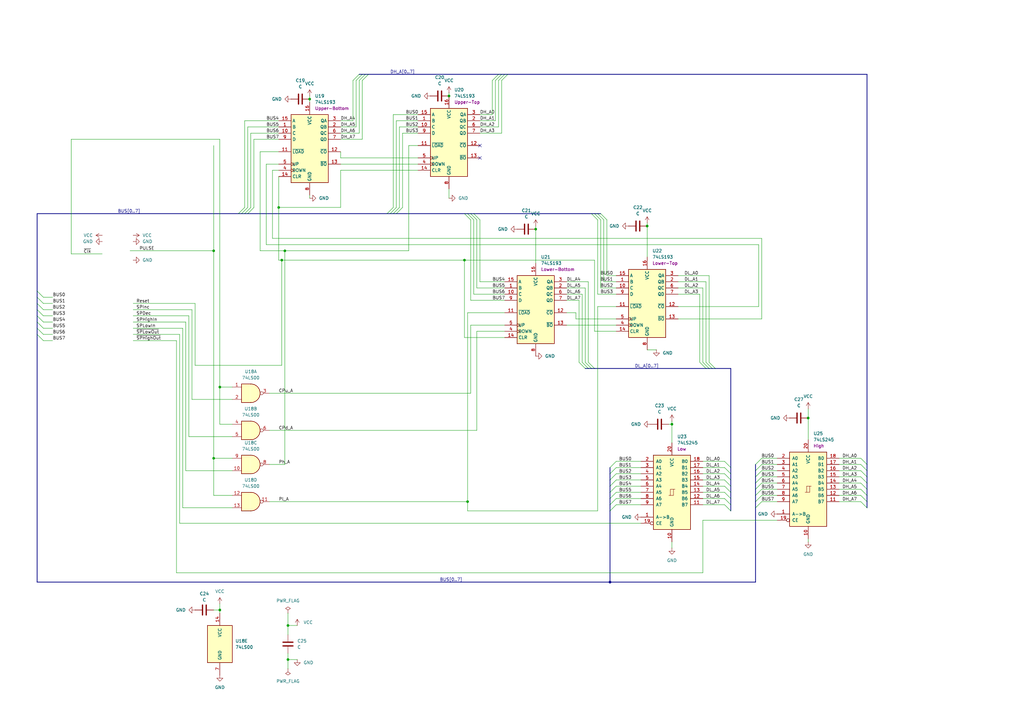
<source format=kicad_sch>
(kicad_sch (version 20250114) (generator "eeschema") (generator_version "9.0")
  (paper "A3")
  (lib_symbols
    (symbol "74xx:74LS00" (pin_names (offset 1.016))
      (property "Reference" "U" (at 0 1.27 0))
      (property "Value" "74LS00" (at 0 -1.27 0))
      (symbol "74LS00_1_1"
        (arc (start 0 3.81) (mid 3.7934 0) (end 0 -3.81) (stroke (width 0.254)) (fill (type background)))
        (polyline (pts (xy 0 3.81) (xy -3.81 3.81) (xy -3.81 -3.81) (xy 0 -3.81)) (stroke (width 0.254)) (fill (type background)))
        (pin input line (at -7.62 2.54 0) (length 3.81) (name "~") (number "1"))
        (pin input line (at -7.62 -2.54 0) (length 3.81) (name "~") (number "2"))
        (pin output inverted (at 7.62 0 180) (length 3.81) (name "~") (number "3"))
      )
      (symbol "74LS00_1_2"
        (arc (start -3.81 3.81) (mid -2.589 0) (end -3.81 -3.81) (stroke (width 0.254)))
        (polyline (pts (xy -3.81 3.81) (xy -0.635 3.81)) (stroke (width 0.254)) (fill (type background)))
        (polyline (pts (xy -3.81 -3.81) (xy -0.635 -3.81)) (stroke (width 0.254)) (fill (type background)))
        (arc (start 3.81 0) (mid 2.1855 -2.584) (end -0.6096 -3.81) (stroke (width 0.254)) (fill (type background)))
        (arc (start -0.6096 3.81) (mid 2.1928 2.5924) (end 3.81 0) (stroke (width 0.254)) (fill (type background)))
        (polyline (pts (xy -0.635 3.81) (xy -3.81 3.81) (xy -3.81 3.81) (xy -3.556 3.4036) (xy -3.0226 2.2606) (xy -2.6924 1.0414) (xy -2.6162 -0.254) (xy -2.7686 -1.4986) (xy -3.175 -2.7178) (xy -3.81 -3.81) (xy -3.81 -3.81) (xy -0.635 -3.81)) (stroke (width -25.4)) (fill (type background)))
        (pin input inverted (at -7.62 2.54 0) (length 4.318) (name "~") (number "1"))
        (pin input inverted (at -7.62 -2.54 0) (length 4.318) (name "~") (number "2"))
        (pin output line (at 7.62 0 180) (length 3.81) (name "~") (number "3"))
      )
      (symbol "74LS00_2_1"
        (arc (start 0 3.81) (mid 3.7934 0) (end 0 -3.81) (stroke (width 0.254)) (fill (type background)))
        (polyline (pts (xy 0 3.81) (xy -3.81 3.81) (xy -3.81 -3.81) (xy 0 -3.81)) (stroke (width 0.254)) (fill (type background)))
        (pin input line (at -7.62 2.54 0) (length 3.81) (name "~") (number "4"))
        (pin input line (at -7.62 -2.54 0) (length 3.81) (name "~") (number "5"))
        (pin output inverted (at 7.62 0 180) (length 3.81) (name "~") (number "6"))
      )
      (symbol "74LS00_2_2"
        (arc (start -3.81 3.81) (mid -2.589 0) (end -3.81 -3.81) (stroke (width 0.254)))
        (polyline (pts (xy -3.81 3.81) (xy -0.635 3.81)) (stroke (width 0.254)) (fill (type background)))
        (polyline (pts (xy -3.81 -3.81) (xy -0.635 -3.81)) (stroke (width 0.254)) (fill (type background)))
        (arc (start 3.81 0) (mid 2.1855 -2.584) (end -0.6096 -3.81) (stroke (width 0.254)) (fill (type background)))
        (arc (start -0.6096 3.81) (mid 2.1928 2.5924) (end 3.81 0) (stroke (width 0.254)) (fill (type background)))
        (polyline (pts (xy -0.635 3.81) (xy -3.81 3.81) (xy -3.81 3.81) (xy -3.556 3.4036) (xy -3.0226 2.2606) (xy -2.6924 1.0414) (xy -2.6162 -0.254) (xy -2.7686 -1.4986) (xy -3.175 -2.7178) (xy -3.81 -3.81) (xy -3.81 -3.81) (xy -0.635 -3.81)) (stroke (width -25.4)) (fill (type background)))
        (pin input inverted (at -7.62 2.54 0) (length 4.318) (name "~") (number "4"))
        (pin input inverted (at -7.62 -2.54 0) (length 4.318) (name "~") (number "5"))
        (pin output line (at 7.62 0 180) (length 3.81) (name "~") (number "6"))
      )
      (symbol "74LS00_3_1"
        (arc (start 0 3.81) (mid 3.7934 0) (end 0 -3.81) (stroke (width 0.254)) (fill (type background)))
        (polyline (pts (xy 0 3.81) (xy -3.81 3.81) (xy -3.81 -3.81) (xy 0 -3.81)) (stroke (width 0.254)) (fill (type background)))
        (pin input line (at -7.62 2.54 0) (length 3.81) (name "~") (number "9"))
        (pin input line (at -7.62 -2.54 0) (length 3.81) (name "~") (number "10"))
        (pin output inverted (at 7.62 0 180) (length 3.81) (name "~") (number "8"))
      )
      (symbol "74LS00_3_2"
        (arc (start -3.81 3.81) (mid -2.589 0) (end -3.81 -3.81) (stroke (width 0.254)))
        (polyline (pts (xy -3.81 3.81) (xy -0.635 3.81)) (stroke (width 0.254)) (fill (type background)))
        (polyline (pts (xy -3.81 -3.81) (xy -0.635 -3.81)) (stroke (width 0.254)) (fill (type background)))
        (arc (start 3.81 0) (mid 2.1855 -2.584) (end -0.6096 -3.81) (stroke (width 0.254)) (fill (type background)))
        (arc (start -0.6096 3.81) (mid 2.1928 2.5924) (end 3.81 0) (stroke (width 0.254)) (fill (type background)))
        (polyline (pts (xy -0.635 3.81) (xy -3.81 3.81) (xy -3.81 3.81) (xy -3.556 3.4036) (xy -3.0226 2.2606) (xy -2.6924 1.0414) (xy -2.6162 -0.254) (xy -2.7686 -1.4986) (xy -3.175 -2.7178) (xy -3.81 -3.81) (xy -3.81 -3.81) (xy -0.635 -3.81)) (stroke (width -25.4)) (fill (type background)))
        (pin input inverted (at -7.62 2.54 0) (length 4.318) (name "~") (number "9"))
        (pin input inverted (at -7.62 -2.54 0) (length 4.318) (name "~") (number "10"))
        (pin output line (at 7.62 0 180) (length 3.81) (name "~") (number "8"))
      )
      (symbol "74LS00_4_1"
        (arc (start 0 3.81) (mid 3.7934 0) (end 0 -3.81) (stroke (width 0.254)) (fill (type background)))
        (polyline (pts (xy 0 3.81) (xy -3.81 3.81) (xy -3.81 -3.81) (xy 0 -3.81)) (stroke (width 0.254)) (fill (type background)))
        (pin input line (at -7.62 2.54 0) (length 3.81) (name "~") (number "12"))
        (pin input line (at -7.62 -2.54 0) (length 3.81) (name "~") (number "13"))
        (pin output inverted (at 7.62 0 180) (length 3.81) (name "~") (number "11"))
      )
      (symbol "74LS00_4_2"
        (arc (start -3.81 3.81) (mid -2.589 0) (end -3.81 -3.81) (stroke (width 0.254)))
        (polyline (pts (xy -3.81 3.81) (xy -0.635 3.81)) (stroke (width 0.254)) (fill (type background)))
        (polyline (pts (xy -3.81 -3.81) (xy -0.635 -3.81)) (stroke (width 0.254)) (fill (type background)))
        (arc (start 3.81 0) (mid 2.1855 -2.584) (end -0.6096 -3.81) (stroke (width 0.254)) (fill (type background)))
        (arc (start -0.6096 3.81) (mid 2.1928 2.5924) (end 3.81 0) (stroke (width 0.254)) (fill (type background)))
        (polyline (pts (xy -0.635 3.81) (xy -3.81 3.81) (xy -3.81 3.81) (xy -3.556 3.4036) (xy -3.0226 2.2606) (xy -2.6924 1.0414) (xy -2.6162 -0.254) (xy -2.7686 -1.4986) (xy -3.175 -2.7178) (xy -3.81 -3.81) (xy -3.81 -3.81) (xy -0.635 -3.81)) (stroke (width -25.4)) (fill (type background)))
        (pin input inverted (at -7.62 2.54 0) (length 4.318) (name "~") (number "12"))
        (pin input inverted (at -7.62 -2.54 0) (length 4.318) (name "~") (number "13"))
        (pin output line (at 7.62 0 180) (length 3.81) (name "~") (number "11"))
      )
      (symbol "74LS00_5_0"
        (pin power_in line (at 0 12.7 270) (length 5.08) (name "VCC") (number "14"))
        (pin power_in line (at 0 -12.7 90) (length 5.08) (name "GND") (number "7"))
      )
      (symbol "74LS00_5_1"
        (rectangle (start -5.08 7.62) (end 5.08 -7.62) (stroke (width 0.254)) (fill (type background)))
      )
    )
    (symbol "74xx:74LS193"
      (property "Reference" "U" (at -7.62 13.97 0))
      (property "Value" "74LS193" (at 5.08 13.97 0))
      (symbol "74LS193_1_0"
        (pin input line (at -12.7 10.16 0) (length 5.08) (name "A") (number "15"))
        (pin input line (at -12.7 7.62 0) (length 5.08) (name "B") (number "1"))
        (pin input line (at -12.7 5.08 0) (length 5.08) (name "C") (number "10"))
        (pin input line (at -12.7 2.54 0) (length 5.08) (name "D") (number "9"))
        (pin input line (at -12.7 -2.54 0) (length 5.08) (name "~{LOAD}") (number "11"))
        (pin input clock (at -12.7 -7.62 0) (length 5.08) (name "UP") (number "5"))
        (pin input clock (at -12.7 -10.16 0) (length 5.08) (name "DOWN") (number "4"))
        (pin input line (at -12.7 -12.7 0) (length 5.08) (name "CLR") (number "14"))
        (pin power_in line (at 0 17.78 270) (length 5.08) (name "VCC") (number "16"))
        (pin power_in line (at 0 -20.32 90) (length 5.08) (name "GND") (number "8"))
        (pin output line (at 12.7 10.16 180) (length 5.08) (name "QA") (number "3"))
        (pin output line (at 12.7 7.62 180) (length 5.08) (name "QB") (number "2"))
        (pin output line (at 12.7 5.08 180) (length 5.08) (name "QC") (number "6"))
        (pin output line (at 12.7 2.54 180) (length 5.08) (name "QD") (number "7"))
        (pin output line (at 12.7 -2.54 180) (length 5.08) (name "~{CO}") (number "12"))
        (pin output line (at 12.7 -7.62 180) (length 5.08) (name "~{BO}") (number "13"))
      )
      (symbol "74LS193_1_1"
        (rectangle (start -7.62 12.7) (end 7.62 -15.24) (stroke (width 0.254)) (fill (type background)))
      )
    )
    (symbol "74xx:74LS245" (pin_names (offset 1.016))
      (property "Reference" "U" (at -7.62 16.51 0))
      (property "Value" "74LS245" (at -7.62 -16.51 0))
      (symbol "74LS245_1_0"
        (polyline (pts (xy -1.27 -1.27) (xy 0.635 -1.27) (xy 0.635 1.27) (xy 1.27 1.27)))
        (polyline (pts (xy -0.635 -1.27) (xy -0.635 1.27) (xy 0.635 1.27)))
        (pin tri_state line (at -12.7 12.7 0) (length 5.08) (name "A0") (number "2"))
        (pin tri_state line (at -12.7 10.16 0) (length 5.08) (name "A1") (number "3"))
        (pin tri_state line (at -12.7 7.62 0) (length 5.08) (name "A2") (number "4"))
        (pin tri_state line (at -12.7 5.08 0) (length 5.08) (name "A3") (number "5"))
        (pin tri_state line (at -12.7 2.54 0) (length 5.08) (name "A4") (number "6"))
        (pin tri_state line (at -12.7 0 0) (length 5.08) (name "A5") (number "7"))
        (pin tri_state line (at -12.7 -2.54 0) (length 5.08) (name "A6") (number "8"))
        (pin tri_state line (at -12.7 -5.08 0) (length 5.08) (name "A7") (number "9"))
        (pin input line (at -12.7 -10.16 0) (length 5.08) (name "A->B") (number "1"))
        (pin input inverted (at -12.7 -12.7 0) (length 5.08) (name "CE") (number "19"))
        (pin power_in line (at 0 20.32 270) (length 5.08) (name "VCC") (number "20"))
        (pin power_in line (at 0 -20.32 90) (length 5.08) (name "GND") (number "10"))
        (pin tri_state line (at 12.7 12.7 180) (length 5.08) (name "B0") (number "18"))
        (pin tri_state line (at 12.7 10.16 180) (length 5.08) (name "B1") (number "17"))
        (pin tri_state line (at 12.7 7.62 180) (length 5.08) (name "B2") (number "16"))
        (pin tri_state line (at 12.7 5.08 180) (length 5.08) (name "B3") (number "15"))
        (pin tri_state line (at 12.7 2.54 180) (length 5.08) (name "B4") (number "14"))
        (pin tri_state line (at 12.7 0 180) (length 5.08) (name "B5") (number "13"))
        (pin tri_state line (at 12.7 -2.54 180) (length 5.08) (name "B6") (number "12"))
        (pin tri_state line (at 12.7 -5.08 180) (length 5.08) (name "B7") (number "11"))
      )
      (symbol "74LS245_1_1"
        (rectangle (start -7.62 15.24) (end 7.62 -15.24) (stroke (width 0.254)) (fill (type background)))
      )
    )
    (symbol "Device:C" (pin_numbers (hide yes)) (pin_names (offset 0.254))
      (property "Reference" "C" (at 0.635 2.54 0))
      (property "Value" "C" (at 0.635 -2.54 0))
      (symbol "C_0_1"
        (polyline (pts (xy -2.032 0.762) (xy 2.032 0.762)) (stroke (width 0.508)))
        (polyline (pts (xy -2.032 -0.762) (xy 2.032 -0.762)) (stroke (width 0.508)))
      )
      (symbol "C_1_1"
        (pin passive line (at 0 3.81 270) (length 2.794) (name "~") (number "1"))
        (pin passive line (at 0 -3.81 90) (length 2.794) (name "~") (number "2"))
      )
    )
    (symbol "power:GND" (power) (pin_numbers (hide yes)) (pin_names (offset 0) (hide yes))
      (property "Value" "GND" (at 0 -3.81 0))
      (symbol "GND_0_1"
        (polyline (pts (xy 0 0) (xy 0 -1.27) (xy 1.27 -1.27) (xy 0 -2.54) (xy -1.27 -1.27) (xy 0 -1.27)))
      )
      (symbol "GND_1_1"
        (pin power_in line (at 0 0 270) (length 0) (name "~") (number "1"))
      )
    )
    (symbol "power:PWR_FLAG" (power) (pin_numbers (hide yes)) (pin_names (offset 0) (hide yes))
      (property "Value" "PWR_FLAG" (at 0 3.81 0))
      (symbol "PWR_FLAG_0_0"
        (pin power_out line (at 0 0 90) (length 0) (name "~") (number "1"))
      )
      (symbol "PWR_FLAG_0_1"
        (polyline (pts (xy 0 0) (xy 0 1.27) (xy -1.016 1.905) (xy 0 2.54) (xy 1.016 1.905) (xy 0 1.27)))
      )
    )
    (symbol "power:VCC" (power) (pin_numbers (hide yes)) (pin_names (offset 0) (hide yes))
      (property "Value" "VCC" (at 0 3.556 0))
      (symbol "VCC_0_1"
        (polyline (pts (xy -0.762 1.27) (xy 0 2.54)))
        (polyline (pts (xy 0 2.54) (xy 0.762 1.27)))
        (polyline (pts (xy 0 0) (xy 0 2.54)))
      )
      (symbol "VCC_1_1"
        (pin power_in line (at 0 0 90) (length 0) (name "~") (number "1"))
      )
    )
  )
  (junction (at 127 40.64))
  (junction (at 219.71 93.98))
  (junction (at 118.11 270.51))
  (junction (at 90.17 250.19))
  (junction (at 87.63 187.96))
  (junction (at 265.43 92.71))
  (junction (at 190.5 106.68))
  (junction (at 118.11 256.54))
  (junction (at 275.59 173.99))
  (junction (at 184.15 39.37))
  (junction (at 90.17 158.75))
  (junction (at 116.84 102.87))
  (junction (at 114.3 85.09))
  (junction (at 87.63 102.87))
  (junction (at 250.19 238.76))
  (junction (at 115.57 106.68))
  (junction (at 191.77 205.74))
  (junction (at 331.47 171.45))
  (no_connect (at 196.85 59.69))
  (no_connect (at 196.85 64.77))
  (bus_entry (at 355.6 200.66) (size -2.54 -2.54))
  (bus_entry (at 243.84 151.13) (size -2.54 -2.54))
  (bus_entry (at 246.38 87.63) (size 2.54 2.54))
  (bus_entry (at 194.31 87.63) (size 2.54 2.54))
  (bus_entry (at 309.88 195.58) (size 2.54 -2.54))
  (bus_entry (at 250.19 209.55) (size 2.54 -2.54))
  (bus_entry (at 290.83 151.13) (size -2.54 -2.54))
  (bus_entry (at 15.24 119.38) (size 2.54 2.54))
  (bus_entry (at 161.29 87.63) (size 2.54 -2.54))
  (bus_entry (at 355.6 193.04) (size -2.54 -2.54))
  (bus_entry (at 250.19 194.31) (size 2.54 -2.54))
  (bus_entry (at 299.72 204.47) (size -2.54 -2.54))
  (bus_entry (at 193.04 87.63) (size 2.54 2.54))
  (bus_entry (at 309.88 190.5) (size 2.54 -2.54))
  (bus_entry (at 309.88 200.66) (size 2.54 -2.54))
  (bus_entry (at 15.24 137.16) (size 2.54 2.54))
  (bus_entry (at 250.19 201.93) (size 2.54 -2.54))
  (bus_entry (at 158.75 87.63) (size 2.54 -2.54))
  (bus_entry (at 207.01 30.48) (size -2.54 2.54))
  (bus_entry (at 250.19 204.47) (size 2.54 -2.54))
  (bus_entry (at 299.72 199.39) (size -2.54 -2.54))
  (bus_entry (at 292.1 151.13) (size -2.54 -2.54))
  (bus_entry (at 245.11 87.63) (size 2.54 2.54))
  (bus_entry (at 204.47 30.48) (size -2.54 2.54))
  (bus_entry (at 147.32 30.48) (size -2.54 2.54))
  (bus_entry (at 299.72 209.55) (size -2.54 -2.54))
  (bus_entry (at 355.6 205.74) (size -2.54 -2.54))
  (bus_entry (at 299.72 196.85) (size -2.54 -2.54))
  (bus_entry (at 355.6 208.28) (size -2.54 -2.54))
  (bus_entry (at 160.02 87.63) (size 2.54 -2.54))
  (bus_entry (at 250.19 191.77) (size 2.54 -2.54))
  (bus_entry (at 15.24 127) (size 2.54 2.54))
  (bus_entry (at 355.6 195.58) (size -2.54 -2.54))
  (bus_entry (at 15.24 124.46) (size 2.54 2.54))
  (bus_entry (at 190.5 87.63) (size 2.54 2.54))
  (bus_entry (at 309.88 208.28) (size 2.54 -2.54))
  (bus_entry (at 355.6 203.2) (size -2.54 -2.54))
  (bus_entry (at 250.19 199.39) (size 2.54 -2.54))
  (bus_entry (at 101.6 87.63) (size 2.54 -2.54))
  (bus_entry (at 208.28 30.48) (size -2.54 2.54))
  (bus_entry (at 293.37 151.13) (size -2.54 -2.54))
  (bus_entry (at 100.33 87.63) (size 2.54 -2.54))
  (bus_entry (at 309.88 205.74) (size 2.54 -2.54))
  (bus_entry (at 15.24 121.92) (size 2.54 2.54))
  (bus_entry (at 99.06 87.63) (size 2.54 -2.54))
  (bus_entry (at 355.6 198.12) (size -2.54 -2.54))
  (bus_entry (at 299.72 194.31) (size -2.54 -2.54))
  (bus_entry (at 191.77 87.63) (size 2.54 2.54))
  (bus_entry (at 243.84 87.63) (size 2.54 2.54))
  (bus_entry (at 205.74 30.48) (size -2.54 2.54))
  (bus_entry (at 289.56 151.13) (size -2.54 -2.54))
  (bus_entry (at 149.86 30.48) (size -2.54 2.54))
  (bus_entry (at 355.6 190.5) (size -2.54 -2.54))
  (bus_entry (at 151.13 30.48) (size -2.54 2.54))
  (bus_entry (at 299.72 207.01) (size -2.54 -2.54))
  (bus_entry (at 250.19 196.85) (size 2.54 -2.54))
  (bus_entry (at 309.88 193.04) (size 2.54 -2.54))
  (bus_entry (at 15.24 134.62) (size 2.54 2.54))
  (bus_entry (at 15.24 129.54) (size 2.54 2.54))
  (bus_entry (at 148.59 30.48) (size -2.54 2.54))
  (bus_entry (at 97.79 87.63) (size 2.54 -2.54))
  (bus_entry (at 241.3 151.13) (size -2.54 -2.54))
  (bus_entry (at 240.03 151.13) (size -2.54 -2.54))
  (bus_entry (at 299.72 191.77) (size -2.54 -2.54))
  (bus_entry (at 162.56 87.63) (size 2.54 -2.54))
  (bus_entry (at 309.88 198.12) (size 2.54 -2.54))
  (bus_entry (at 15.24 132.08) (size 2.54 2.54))
  (bus_entry (at 309.88 203.2) (size 2.54 -2.54))
  (bus_entry (at 250.19 207.01) (size 2.54 -2.54))
  (bus_entry (at 242.57 87.63) (size 2.54 2.54))
  (bus_entry (at 299.72 201.93) (size -2.54 -2.54))
  (bus_entry (at 242.57 151.13) (size -2.54 -2.54))
  (wire (pts (xy 193.04 161.29) (xy 193.04 133.35)))
  (wire (pts (xy 245.11 90.17) (xy 245.11 120.65)))
  (bus (pts (xy 292.1 151.13) (xy 293.37 151.13)))
  (wire (pts (xy 311.15 100.33) (xy 109.22 100.33)))
  (wire (pts (xy 252.73 207.01) (xy 262.89 207.01)))
  (bus (pts (xy 355.6 205.74) (xy 355.6 208.28)))
  (wire (pts (xy 87.63 187.96) (xy 87.63 203.2)))
  (wire (pts (xy 252.73 194.31) (xy 262.89 194.31)))
  (bus (pts (xy 15.24 129.54) (xy 15.24 132.08)))
  (wire (pts (xy 318.77 198.12) (xy 312.42 198.12)))
  (wire (pts (xy 147.32 54.61) (xy 139.7 54.61)))
  (wire (pts (xy 90.17 57.15) (xy 90.17 158.75)))
  (wire (pts (xy 115.57 106.68) (xy 115.57 149.86)))
  (wire (pts (xy 73.66 137.16) (xy 73.66 214.63)))
  (bus (pts (xy 15.24 121.92) (xy 15.24 124.46)))
  (wire (pts (xy 110.49 190.5) (xy 116.84 190.5)))
  (wire (pts (xy 90.17 247.65) (xy 90.17 250.19)))
  (wire (pts (xy 17.78 129.54) (xy 21.59 129.54)))
  (wire (pts (xy 161.29 46.99) (xy 171.45 46.99)))
  (wire (pts (xy 148.59 33.02) (xy 148.59 57.15)))
  (wire (pts (xy 278.13 130.81) (xy 312.42 130.81)))
  (wire (pts (xy 205.74 33.02) (xy 205.74 54.61)))
  (wire (pts (xy 193.04 133.35) (xy 207.01 133.35)))
  (bus (pts (xy 250.19 199.39) (xy 250.19 201.93)))
  (wire (pts (xy 139.7 85.09) (xy 139.7 69.85)))
  (bus (pts (xy 299.72 151.13) (xy 299.72 191.77)))
  (wire (pts (xy 297.18 207.01) (xy 288.29 207.01)))
  (bus (pts (xy 245.11 87.63) (xy 246.38 87.63)))
  (wire (pts (xy 289.56 148.59) (xy 289.56 115.57)))
  (wire (pts (xy 78.74 163.83) (xy 95.25 163.83)))
  (bus (pts (xy 149.86 30.48) (xy 148.59 30.48)))
  (wire (pts (xy 139.7 69.85) (xy 171.45 69.85)))
  (wire (pts (xy 90.17 158.75) (xy 90.17 173.99)))
  (bus (pts (xy 309.88 200.66) (xy 309.88 203.2)))
  (wire (pts (xy 29.21 104.14) (xy 41.91 104.14)))
  (bus (pts (xy 205.74 30.48) (xy 204.47 30.48)))
  (wire (pts (xy 190.5 138.43) (xy 207.01 138.43)))
  (wire (pts (xy 236.22 130.81) (xy 252.73 130.81)))
  (wire (pts (xy 100.33 49.53) (xy 114.3 49.53)))
  (wire (pts (xy 278.13 113.03) (xy 290.83 113.03)))
  (wire (pts (xy 252.73 189.23) (xy 262.89 189.23)))
  (bus (pts (xy 289.56 151.13) (xy 290.83 151.13)))
  (wire (pts (xy 193.04 123.19) (xy 207.01 123.19)))
  (wire (pts (xy 247.65 90.17) (xy 247.65 115.57)))
  (wire (pts (xy 203.2 33.02) (xy 203.2 49.53)))
  (wire (pts (xy 241.3 148.59) (xy 241.3 115.57)))
  (wire (pts (xy 161.29 85.09) (xy 161.29 46.99)))
  (wire (pts (xy 114.3 106.68) (xy 115.57 106.68)))
  (wire (pts (xy 252.73 204.47) (xy 262.89 204.47)))
  (bus (pts (xy 309.88 208.28) (xy 309.88 238.76)))
  (bus (pts (xy 15.24 238.76) (xy 250.19 238.76)))
  (wire (pts (xy 139.7 67.31) (xy 171.45 67.31)))
  (wire (pts (xy 318.77 187.96) (xy 312.42 187.96)))
  (bus (pts (xy 299.72 199.39) (xy 299.72 201.93)))
  (wire (pts (xy 90.17 57.15) (xy 29.21 57.15)))
  (bus (pts (xy 15.24 87.63) (xy 97.79 87.63)))
  (wire (pts (xy 90.17 158.75) (xy 95.25 158.75)))
  (wire (pts (xy 246.38 90.17) (xy 246.38 118.11)))
  (wire (pts (xy 17.78 127) (xy 21.59 127)))
  (wire (pts (xy 77.47 179.07) (xy 95.25 179.07)))
  (bus (pts (xy 243.84 87.63) (xy 245.11 87.63)))
  (bus (pts (xy 242.57 87.63) (xy 243.84 87.63)))
  (wire (pts (xy 297.18 189.23) (xy 288.29 189.23)))
  (bus (pts (xy 100.33 87.63) (xy 101.6 87.63)))
  (wire (pts (xy 146.05 52.07) (xy 139.7 52.07)))
  (wire (pts (xy 297.18 201.93) (xy 288.29 201.93)))
  (wire (pts (xy 87.63 187.96) (xy 95.25 187.96)))
  (wire (pts (xy 238.76 148.59) (xy 238.76 120.65)))
  (wire (pts (xy 353.06 205.74) (xy 344.17 205.74)))
  (wire (pts (xy 353.06 187.96) (xy 344.17 187.96)))
  (wire (pts (xy 203.2 49.53) (xy 196.85 49.53)))
  (wire (pts (xy 109.22 100.33) (xy 109.22 67.31)))
  (wire (pts (xy 54.61 139.7) (xy 72.39 139.7)))
  (wire (pts (xy 116.84 102.87) (xy 106.68 102.87)))
  (wire (pts (xy 163.83 52.07) (xy 171.45 52.07)))
  (wire (pts (xy 109.22 67.31) (xy 114.3 67.31)))
  (wire (pts (xy 53.34 102.87) (xy 87.63 102.87)))
  (wire (pts (xy 73.66 214.63) (xy 262.89 214.63)))
  (wire (pts (xy 72.39 139.7) (xy 72.39 234.95)))
  (wire (pts (xy 77.47 129.54) (xy 77.47 179.07)))
  (bus (pts (xy 191.77 87.63) (xy 193.04 87.63)))
  (wire (pts (xy 90.17 173.99) (xy 95.25 173.99)))
  (wire (pts (xy 171.45 64.77) (xy 139.7 64.77)))
  (bus (pts (xy 299.72 204.47) (xy 299.72 207.01)))
  (wire (pts (xy 237.49 148.59) (xy 237.49 123.19)))
  (wire (pts (xy 106.68 62.23) (xy 114.3 62.23)))
  (wire (pts (xy 17.78 139.7) (xy 21.59 139.7)))
  (wire (pts (xy 194.31 120.65) (xy 207.01 120.65)))
  (wire (pts (xy 184.15 38.1) (xy 184.15 39.37)))
  (wire (pts (xy 80.01 124.46) (xy 80.01 149.86)))
  (wire (pts (xy 318.77 200.66) (xy 312.42 200.66)))
  (wire (pts (xy 116.84 190.5) (xy 116.84 102.87)))
  (wire (pts (xy 243.84 135.89) (xy 252.73 135.89)))
  (wire (pts (xy 219.71 92.71) (xy 219.71 93.98)))
  (wire (pts (xy 232.41 128.27) (xy 236.22 128.27)))
  (wire (pts (xy 118.11 267.97) (xy 118.11 270.51)))
  (bus (pts (xy 151.13 30.48) (xy 149.86 30.48)))
  (wire (pts (xy 74.93 208.28) (xy 95.25 208.28)))
  (wire (pts (xy 353.06 193.04) (xy 344.17 193.04)))
  (wire (pts (xy 101.6 52.07) (xy 114.3 52.07)))
  (bus (pts (xy 355.6 193.04) (xy 355.6 195.58)))
  (wire (pts (xy 114.3 85.09) (xy 114.3 106.68)))
  (wire (pts (xy 87.63 59.69) (xy 87.63 102.87)))
  (bus (pts (xy 299.72 191.77) (xy 299.72 194.31)))
  (wire (pts (xy 297.18 194.31) (xy 288.29 194.31)))
  (bus (pts (xy 15.24 119.38) (xy 15.24 121.92)))
  (wire (pts (xy 139.7 64.77) (xy 139.7 62.23)))
  (bus (pts (xy 207.01 30.48) (xy 205.74 30.48)))
  (wire (pts (xy 127 39.37) (xy 127 40.64)))
  (wire (pts (xy 297.18 196.85) (xy 288.29 196.85)))
  (bus (pts (xy 15.24 87.63) (xy 15.24 119.38)))
  (wire (pts (xy 127 40.64) (xy 127 41.91)))
  (bus (pts (xy 355.6 190.5) (xy 355.6 193.04)))
  (bus (pts (xy 309.88 195.58) (xy 309.88 198.12)))
  (bus (pts (xy 15.24 134.62) (xy 15.24 137.16)))
  (bus (pts (xy 15.24 127) (xy 15.24 129.54)))
  (wire (pts (xy 245.11 125.73) (xy 252.73 125.73)))
  (wire (pts (xy 195.58 135.89) (xy 207.01 135.89)))
  (bus (pts (xy 299.72 201.93) (xy 299.72 204.47)))
  (wire (pts (xy 87.63 102.87) (xy 87.63 187.96)))
  (bus (pts (xy 309.88 190.5) (xy 309.88 193.04)))
  (wire (pts (xy 148.59 57.15) (xy 139.7 57.15)))
  (wire (pts (xy 191.77 209.55) (xy 245.11 209.55)))
  (bus (pts (xy 208.28 30.48) (xy 207.01 30.48)))
  (wire (pts (xy 278.13 125.73) (xy 311.15 125.73)))
  (bus (pts (xy 190.5 87.63) (xy 191.77 87.63)))
  (bus (pts (xy 299.72 196.85) (xy 299.72 199.39)))
  (wire (pts (xy 248.92 113.03) (xy 252.73 113.03)))
  (wire (pts (xy 111.76 69.85) (xy 114.3 69.85)))
  (wire (pts (xy 318.77 205.74) (xy 312.42 205.74)))
  (wire (pts (xy 252.73 199.39) (xy 262.89 199.39)))
  (wire (pts (xy 193.04 90.17) (xy 193.04 123.19)))
  (wire (pts (xy 74.93 134.62) (xy 74.93 208.28)))
  (wire (pts (xy 353.06 200.66) (xy 344.17 200.66)))
  (wire (pts (xy 312.42 130.81) (xy 312.42 97.79)))
  (wire (pts (xy 318.77 203.2) (xy 312.42 203.2)))
  (wire (pts (xy 54.61 137.16) (xy 73.66 137.16)))
  (wire (pts (xy 146.05 33.02) (xy 146.05 52.07)))
  (bus (pts (xy 299.72 194.31) (xy 299.72 196.85)))
  (bus (pts (xy 101.6 87.63) (xy 158.75 87.63)))
  (wire (pts (xy 236.22 130.81) (xy 236.22 128.27)))
  (bus (pts (xy 241.3 151.13) (xy 242.57 151.13)))
  (wire (pts (xy 80.01 149.86) (xy 115.57 149.86)))
  (wire (pts (xy 252.73 201.93) (xy 262.89 201.93)))
  (wire (pts (xy 318.77 190.5) (xy 312.42 190.5)))
  (wire (pts (xy 90.17 250.19) (xy 90.17 251.46)))
  (wire (pts (xy 353.06 198.12) (xy 344.17 198.12)))
  (wire (pts (xy 54.61 127) (xy 78.74 127)))
  (wire (pts (xy 312.42 97.79) (xy 111.76 97.79)))
  (wire (pts (xy 17.78 132.08) (xy 21.59 132.08)))
  (wire (pts (xy 288.29 234.95) (xy 288.29 213.36)))
  (wire (pts (xy 241.3 115.57) (xy 232.41 115.57)))
  (wire (pts (xy 110.49 161.29) (xy 193.04 161.29)))
  (bus (pts (xy 151.13 30.48) (xy 204.47 30.48)))
  (bus (pts (xy 250.19 204.47) (xy 250.19 207.01)))
  (wire (pts (xy 248.92 90.17) (xy 248.92 113.03)))
  (wire (pts (xy 331.47 167.64) (xy 331.47 171.45)))
  (wire (pts (xy 245.11 209.55) (xy 245.11 125.73)))
  (wire (pts (xy 201.93 33.02) (xy 201.93 46.99)))
  (wire (pts (xy 121.92 256.54) (xy 118.11 256.54)))
  (wire (pts (xy 278.13 120.65) (xy 287.02 120.65)))
  (wire (pts (xy 353.06 203.2) (xy 344.17 203.2)))
  (wire (pts (xy 54.61 132.08) (xy 76.2 132.08)))
  (wire (pts (xy 115.57 106.68) (xy 190.5 106.68)))
  (wire (pts (xy 290.83 148.59) (xy 290.83 113.03)))
  (bus (pts (xy 208.28 30.48) (xy 355.6 30.48)))
  (wire (pts (xy 127 80.01) (xy 127 81.28)))
  (wire (pts (xy 17.78 121.92) (xy 21.59 121.92)))
  (wire (pts (xy 275.59 173.99) (xy 275.59 181.61)))
  (wire (pts (xy 232.41 120.65) (xy 238.76 120.65)))
  (wire (pts (xy 201.93 46.99) (xy 196.85 46.99)))
  (wire (pts (xy 72.39 234.95) (xy 288.29 234.95)))
  (bus (pts (xy 15.24 124.46) (xy 15.24 127)))
  (wire (pts (xy 237.49 123.19) (xy 232.41 123.19)))
  (wire (pts (xy 167.64 102.87) (xy 167.64 59.69)))
  (bus (pts (xy 250.19 201.93) (xy 250.19 204.47)))
  (wire (pts (xy 196.85 115.57) (xy 207.01 115.57)))
  (wire (pts (xy 191.77 205.74) (xy 191.77 209.55)))
  (bus (pts (xy 309.88 203.2) (xy 309.88 205.74)))
  (wire (pts (xy 278.13 115.57) (xy 289.56 115.57)))
  (bus (pts (xy 243.84 151.13) (xy 289.56 151.13)))
  (wire (pts (xy 232.41 133.35) (xy 252.73 133.35)))
  (wire (pts (xy 194.31 90.17) (xy 194.31 120.65)))
  (bus (pts (xy 250.19 209.55) (xy 250.19 238.76)))
  (bus (pts (xy 355.6 195.58) (xy 355.6 198.12)))
  (bus (pts (xy 193.04 87.63) (xy 194.31 87.63)))
  (wire (pts (xy 247.65 115.57) (xy 252.73 115.57)))
  (wire (pts (xy 104.14 85.09) (xy 104.14 57.15)))
  (wire (pts (xy 54.61 129.54) (xy 77.47 129.54)))
  (wire (pts (xy 101.6 85.09) (xy 101.6 52.07)))
  (wire (pts (xy 191.77 128.27) (xy 191.77 205.74)))
  (wire (pts (xy 110.49 205.74) (xy 191.77 205.74)))
  (wire (pts (xy 219.71 93.98) (xy 219.71 107.95)))
  (bus (pts (xy 15.24 132.08) (xy 15.24 134.62)))
  (wire (pts (xy 167.64 59.69) (xy 171.45 59.69)))
  (wire (pts (xy 331.47 222.25) (xy 331.47 220.98)))
  (bus (pts (xy 309.88 205.74) (xy 309.88 208.28)))
  (wire (pts (xy 100.33 85.09) (xy 100.33 49.53)))
  (wire (pts (xy 54.61 124.46) (xy 80.01 124.46)))
  (bus (pts (xy 299.72 207.01) (xy 299.72 209.55)))
  (wire (pts (xy 240.03 118.11) (xy 232.41 118.11)))
  (bus (pts (xy 240.03 151.13) (xy 241.3 151.13)))
  (wire (pts (xy 190.5 106.68) (xy 190.5 138.43)))
  (bus (pts (xy 97.79 87.63) (xy 99.06 87.63)))
  (wire (pts (xy 147.32 33.02) (xy 147.32 54.61)))
  (wire (pts (xy 196.85 90.17) (xy 196.85 115.57)))
  (wire (pts (xy 353.06 195.58) (xy 344.17 195.58)))
  (wire (pts (xy 29.21 57.15) (xy 29.21 104.14)))
  (wire (pts (xy 318.77 195.58) (xy 312.42 195.58)))
  (wire (pts (xy 297.18 199.39) (xy 288.29 199.39)))
  (wire (pts (xy 118.11 256.54) (xy 118.11 260.35)))
  (wire (pts (xy 78.74 127) (xy 78.74 163.83)))
  (wire (pts (xy 331.47 171.45) (xy 331.47 180.34)))
  (wire (pts (xy 162.56 85.09) (xy 162.56 49.53)))
  (bus (pts (xy 161.29 87.63) (xy 162.56 87.63)))
  (wire (pts (xy 144.78 33.02) (xy 144.78 49.53)))
  (wire (pts (xy 118.11 270.51) (xy 118.11 274.32)))
  (wire (pts (xy 144.78 49.53) (xy 139.7 49.53)))
  (wire (pts (xy 275.59 172.72) (xy 275.59 173.99)))
  (wire (pts (xy 265.43 91.44) (xy 265.43 92.71)))
  (wire (pts (xy 287.02 148.59) (xy 287.02 120.65)))
  (bus (pts (xy 355.6 203.2) (xy 355.6 205.74)))
  (wire (pts (xy 275.59 222.25) (xy 275.59 224.79)))
  (bus (pts (xy 355.6 30.48) (xy 355.6 190.5)))
  (bus (pts (xy 309.88 193.04) (xy 309.88 195.58)))
  (bus (pts (xy 309.88 198.12) (xy 309.88 200.66)))
  (wire (pts (xy 165.1 54.61) (xy 171.45 54.61)))
  (wire (pts (xy 204.47 33.02) (xy 204.47 52.07)))
  (wire (pts (xy 162.56 49.53) (xy 171.45 49.53)))
  (wire (pts (xy 76.2 132.08) (xy 76.2 193.04)))
  (wire (pts (xy 184.15 81.28) (xy 184.15 77.47)))
  (bus (pts (xy 162.56 87.63) (xy 190.5 87.63)))
  (wire (pts (xy 191.77 128.27) (xy 207.01 128.27)))
  (wire (pts (xy 114.3 85.09) (xy 114.3 72.39)))
  (wire (pts (xy 195.58 90.17) (xy 195.58 118.11)))
  (bus (pts (xy 355.6 200.66) (xy 355.6 203.2)))
  (wire (pts (xy 353.06 190.5) (xy 344.17 190.5)))
  (bus (pts (xy 242.57 87.63) (xy 194.31 87.63)))
  (wire (pts (xy 76.2 193.04) (xy 95.25 193.04)))
  (wire (pts (xy 311.15 125.73) (xy 311.15 100.33)))
  (wire (pts (xy 278.13 118.11) (xy 288.29 118.11)))
  (wire (pts (xy 54.61 134.62) (xy 74.93 134.62)))
  (bus (pts (xy 99.06 87.63) (xy 100.33 87.63)))
  (bus (pts (xy 250.19 196.85) (xy 250.19 199.39)))
  (wire (pts (xy 102.87 85.09) (xy 102.87 54.61)))
  (wire (pts (xy 110.49 176.53) (xy 195.58 176.53)))
  (bus (pts (xy 148.59 30.48) (xy 147.32 30.48)))
  (wire (pts (xy 288.29 213.36) (xy 318.77 213.36)))
  (wire (pts (xy 102.87 54.61) (xy 114.3 54.61)))
  (bus (pts (xy 15.24 137.16) (xy 15.24 238.76)))
  (bus (pts (xy 158.75 87.63) (xy 160.02 87.63)))
  (wire (pts (xy 297.18 191.77) (xy 288.29 191.77)))
  (wire (pts (xy 165.1 85.09) (xy 165.1 54.61)))
  (bus (pts (xy 242.57 151.13) (xy 243.84 151.13)))
  (wire (pts (xy 111.76 97.79) (xy 111.76 69.85)))
  (wire (pts (xy 252.73 191.77) (xy 262.89 191.77)))
  (wire (pts (xy 17.78 134.62) (xy 21.59 134.62)))
  (wire (pts (xy 205.74 54.61) (xy 196.85 54.61)))
  (wire (pts (xy 265.43 143.51) (xy 269.24 143.51)))
  (wire (pts (xy 116.84 102.87) (xy 167.64 102.87)))
  (bus (pts (xy 290.83 151.13) (xy 292.1 151.13)))
  (wire (pts (xy 243.84 106.68) (xy 243.84 135.89)))
  (bus (pts (xy 250.19 191.77) (xy 250.19 194.31)))
  (wire (pts (xy 106.68 102.87) (xy 106.68 62.23)))
  (wire (pts (xy 297.18 204.47) (xy 288.29 204.47)))
  (bus (pts (xy 250.19 238.76) (xy 309.88 238.76)))
  (wire (pts (xy 245.11 120.65) (xy 252.73 120.65)))
  (wire (pts (xy 87.63 250.19) (xy 90.17 250.19)))
  (wire (pts (xy 118.11 251.46) (xy 118.11 256.54)))
  (wire (pts (xy 17.78 137.16) (xy 21.59 137.16)))
  (wire (pts (xy 195.58 176.53) (xy 195.58 135.89)))
  (bus (pts (xy 293.37 151.13) (xy 299.72 151.13)))
  (wire (pts (xy 121.92 270.51) (xy 118.11 270.51)))
  (wire (pts (xy 163.83 85.09) (xy 163.83 52.07)))
  (wire (pts (xy 265.43 92.71) (xy 265.43 105.41)))
  (wire (pts (xy 87.63 203.2) (xy 95.25 203.2)))
  (wire (pts (xy 17.78 124.46) (xy 21.59 124.46)))
  (wire (pts (xy 104.14 57.15) (xy 114.3 57.15)))
  (wire (pts (xy 195.58 118.11) (xy 207.01 118.11)))
  (wire (pts (xy 288.29 148.59) (xy 288.29 118.11)))
  (wire (pts (xy 240.03 148.59) (xy 240.03 118.11)))
  (wire (pts (xy 246.38 118.11) (xy 252.73 118.11)))
  (wire (pts (xy 318.77 193.04) (xy 312.42 193.04)))
  (bus (pts (xy 250.19 207.01) (xy 250.19 209.55)))
  (bus (pts (xy 160.02 87.63) (xy 161.29 87.63)))
  (bus (pts (xy 250.19 194.31) (xy 250.19 196.85)))
  (wire (pts (xy 204.47 52.07) (xy 196.85 52.07)))
  (wire (pts (xy 274.32 173.99) (xy 275.59 173.99)))
  (bus (pts (xy 355.6 198.12) (xy 355.6 200.66)))
  (wire (pts (xy 190.5 106.68) (xy 243.84 106.68)))
  (wire (pts (xy 252.73 196.85) (xy 262.89 196.85)))
  (wire (pts (xy 114.3 85.09) (xy 139.7 85.09)))
  (label "BUS7" (at 259.08 207.01 180))
  (label "SPHighIn" (at 55.88 132.08 0))
  (label "BUS5" (at 109.22 52.07 0))
  (label "DL_A4" (at 232.41 115.57 0))
  (label "DH_A2" (at 196.85 52.07 0))
  (label "BUS6" (at 317.5 203.2 180))
  (label "DL_A2" (at 280.67 118.11 0))
  (label "DH_A4" (at 345.44 198.12 0))
  (label "DL_A7" (at 232.41 123.19 0))
  (label "SPInc" (at 55.88 127 0))
  (label "BUS1" (at 251.46 115.57 180))
  (label "DH_A7" (at 139.7 57.15 0))
  (label "PULSE" (at 57.15 102.87 0))
  (label "DH_A0" (at 345.44 187.96 0))
  (label "BUS7" (at 21.59 139.7 0))
  (label "DL_A[0..7]" (at 260.35 151.13 0))
  (label "Reset" (at 55.88 124.46 0))
  (label "BUS2" (at 259.08 194.31 180))
  (label "BUS3" (at 259.08 196.85 180))
  (label "BUS2" (at 166.37 52.07 0))
  (label "DL_A1" (at 280.67 115.57 0))
  (label "BUS0" (at 251.46 113.03 180))
  (label "BUS4" (at 21.59 132.08 0))
  (label "BUS6" (at 109.22 54.61 0))
  (label "BUS[0..7]" (at 180.34 238.76 0))
  (label "DH_A2" (at 345.44 193.04 0))
  (label "DH_A7" (at 345.44 205.74 0))
  (label "DH_A6" (at 345.44 203.2 0))
  (label "BUS0" (at 21.59 121.92 0))
  (label "BUS7" (at 317.5 205.74 180))
  (label "BUS3" (at 251.46 120.65 180))
  (label "DL_A0" (at 289.56 189.23 0))
  (label "BUS1" (at 166.37 49.53 0))
  (label "BUS2" (at 251.46 118.11 180))
  (label "DL_A6" (at 289.56 204.47 0))
  (label "DL_A3" (at 280.67 120.65 0))
  (label "BUS0" (at 259.08 189.23 180))
  (label "DH_A3" (at 196.85 54.61 0))
  (label "BUS6" (at 201.93 120.65 0))
  (label "BUS1" (at 21.59 124.46 0))
  (label "DH_A6" (at 139.7 54.61 0))
  (label "BUS4" (at 201.93 115.57 0))
  (label "BUS5" (at 259.08 201.93 180))
  (label "BUS3" (at 166.37 54.61 0))
  (label "BUS5" (at 317.5 200.66 180))
  (label "~{SPLowOut}" (at 55.88 137.16 0))
  (label "DL_A3" (at 289.56 196.85 0))
  (label "DL_A6" (at 232.41 120.65 0))
  (label "BUS7" (at 201.93 123.19 0))
  (label "Ph_A" (at 114.3 190.5 0))
  (label "BUS6" (at 21.59 137.16 0))
  (label "CPu_A" (at 114.3 161.29 0))
  (label "DL_A7" (at 289.56 207.01 0))
  (label "DH_A3" (at 345.44 195.58 0))
  (label "BUS5" (at 21.59 134.62 0))
  (label "SPLowIn" (at 55.88 134.62 0))
  (label "DL_A2" (at 289.56 194.31 0))
  (label "DH_A5" (at 345.44 200.66 0))
  (label "BUS1" (at 259.08 191.77 180))
  (label "DL_A0" (at 280.67 113.03 0))
  (label "DH_A[0..7]" (at 160.02 30.48 0))
  (label "BUS4" (at 259.08 199.39 180))
  (label "BUS5" (at 201.93 118.11 0))
  (label "~{SPHighOut}" (at 55.88 139.7 0))
  (label "DH_A1" (at 196.85 49.53 0))
  (label "Pl_A" (at 114.3 205.74 0))
  (label "DH_A0" (at 196.85 46.99 0))
  (label "SPDec" (at 55.88 129.54 0))
  (label "BUS0" (at 166.37 46.99 0))
  (label "BUS3" (at 21.59 129.54 0))
  (label "BUS2" (at 21.5405 127 0))
  (label "BUS3" (at 317.5 195.58 180))
  (label "BUS7" (at 109.22 57.15 0))
  (label "DH_A1" (at 345.44 190.5 0))
  (label "DL_A4" (at 289.56 199.39 0))
  (label "BUS6" (at 259.08 204.47 180))
  (label "DL_A5" (at 289.56 201.93 0))
  (label "BUS1" (at 317.5 190.5 180))
  (label "DH_A4" (at 139.7 49.53 0))
  (label "BUS0" (at 317.5 187.96 180))
  (label "BUS4" (at 317.5 198.12 180))
  (label "DL_A5" (at 232.41 118.11 0))
  (label "DL_A1" (at 289.56 191.77 0))
  (label "~{Clk}" (at 34.29 104.14 0))
  (label "BUS4" (at 109.22 49.53 0))
  (label "CPd_A" (at 114.3 176.53 0))
  (label "BUS2" (at 317.5 193.04 180))
  (label "BUS[0..7]" (at 48.26 87.63 0))
  (label "DH_A5" (at 139.7 52.07 0))
  (symbol (lib_id "Device:C") (at 180.34 39.37 90) (unit 1)
    (property "Reference" "C20" (at 180.34 31.75 90))
    (property "Value" "C" (at 180.34 34.29 90))
    (property "Footprint" "Capacitor_THT:CP_Radial_D4.0mm_P1.50mm" (effects (hide yes)))
    (property "Description" "Unpolarized capacitor" (effects (hide yes)))
  )
  (symbol (lib_id "power:VCC") (at 275.59 172.72 0) (unit 1)
    (property "Reference" "#PWR089" (effects (hide yes)))
    (property "Value" "VCC" (at 275.59 167.64 0))
    (property "Description" "Power symbol creates a global label with name \"VCC\"" (effects (hide yes)))
  )
  (symbol (lib_id "Device:C") (at 118.11 264.16 0) (unit 1)
    (property "Reference" "C25" (at 121.92 262.8899 0) (effects (justify left)))
    (property "Value" "C" (at 121.92 265.4299 0) (effects (justify left)))
    (property "Footprint" "Capacitor_THT:CP_Radial_D4.0mm_P1.50mm" (effects (hide yes)))
    (property "Description" "Unpolarized capacitor" (effects (hide yes)))
  )
  (symbol (lib_id "power:GND") (at 54.61 99.06 90) (unit 1)
    (property "Reference" "#PWR072" (effects (hide yes)))
    (property "Value" "GND" (at 58.42 99.0599 90) (effects (justify right)))
    (property "Description" "Power symbol creates a global label with name \"GND\" , ground" (effects (hide yes)))
  )
  (symbol (lib_id "power:VCC") (at 41.91 96.52 90) (unit 1)
    (property "Reference" "#PWR068" (effects (hide yes)))
    (property "Value" "VCC" (at 38.1 96.5199 90) (effects (justify left)))
    (property "Description" "Power symbol creates a global label with name \"VCC\"" (effects (hide yes)))
  )
  (symbol (lib_id "power:VCC") (at 127 39.37 0) (unit 1)
    (property "Reference" "#PWR076" (effects (hide yes)))
    (property "Value" "VCC" (at 127 34.29 0))
    (property "Description" "Power symbol creates a global label with name \"VCC\"" (effects (hide yes)))
  )
  (symbol (lib_id "74xx:74LS193") (at 184.15 57.15 0) (unit 1)
    (property "Reference" "U20" (at 186.2933 36.83 0) (effects (justify left)))
    (property "Value" "74LS193" (at 186.2933 39.37 0) (effects (justify left)))
    (property "Footprint" "Package_DIP:DIP-16_W7.62mm_Socket_LongPads" (effects (hide yes)))
    (property "Datasheet" "http://www.ti.com/lit/ds/symlink/sn74ls193.pdf" (effects (hide yes)))
    (property "Description" "Synchronous 4-bit Up/Down (2 clk) counter" (effects (hide yes)))
    (property "Type" "Upper-Top" (at 186.2933 41.91 0) (effects (justify left)))
  )
  (symbol (lib_id "Device:C") (at 261.62 92.71 90) (unit 1)
    (property "Reference" "C22" (at 261.62 85.09 90))
    (property "Value" "C" (at 261.62 87.63 90))
    (property "Footprint" "Capacitor_THT:CP_Radial_D4.0mm_P1.50mm" (effects (hide yes)))
    (property "Description" "Unpolarized capacitor" (effects (hide yes)))
  )
  (symbol (lib_id "power:GND") (at 212.09 93.98 270) (unit 1)
    (property "Reference" "#PWR081" (effects (hide yes)))
    (property "Value" "GND" (at 208.28 93.9801 90) (effects (justify right)))
    (property "Description" "Power symbol creates a global label with name \"GND\" , ground" (effects (hide yes)))
  )
  (symbol (lib_id "power:VCC") (at 121.92 256.54 0) (unit 1)
    (property "Reference" "#PWR094" (effects (hide yes)))
    (property "Value" "VCC" (at 124.46 255.2699 0) (effects (justify left)))
    (property "Description" "Power symbol creates a global label with name \"VCC\"" (effects (hide yes)))
  )
  (symbol (lib_id "power:GND") (at 266.7 173.99 270) (unit 1)
    (property "Reference" "#PWR088" (effects (hide yes)))
    (property "Value" "GND" (at 262.89 173.9901 90) (effects (justify right)))
    (property "Description" "Power symbol creates a global label with name \"GND\" , ground" (effects (hide yes)))
  )
  (symbol (lib_id "74xx:74LS00") (at 90.17 264.16 0) (unit 5)
    (property "Reference" "U18" (at 96.52 262.8899 0) (effects (justify left)))
    (property "Value" "74LS00" (at 96.52 265.4299 0) (effects (justify left)))
    (property "Footprint" "Package_DIP:DIP-14_W7.62mm_Socket_LongPads" (effects (hide yes)))
    (property "Datasheet" "http://www.ti.com/lit/gpn/sn74ls00" (effects (hide yes)))
    (property "Description" "quad 2-input NAND gate" (effects (hide yes)))
  )
  (symbol (lib_id "power:VCC") (at 219.71 92.71 0) (unit 1)
    (property "Reference" "#PWR082" (effects (hide yes)))
    (property "Value" "VCC" (at 219.71 87.63 0))
    (property "Description" "Power symbol creates a global label with name \"VCC\"" (effects (hide yes)))
  )
  (symbol (lib_id "Device:C") (at 270.51 173.99 270) (unit 1)
    (property "Reference" "C23" (at 270.51 166.37 90))
    (property "Value" "C" (at 270.51 168.91 90))
    (property "Footprint" "Capacitor_THT:CP_Radial_D4.0mm_P1.50mm" (effects (hide yes)))
    (property "Description" "Unpolarized capacitor" (effects (hide yes)))
  )
  (symbol (lib_id "Device:C") (at 83.82 250.19 90) (unit 1)
    (property "Reference" "C24" (at 83.82 243.5098 90))
    (property "Value" "C" (at 83.82 246.0498 90))
    (property "Footprint" "Capacitor_THT:CP_Radial_D4.0mm_P1.50mm" (effects (hide yes)))
    (property "Description" "Unpolarized capacitor" (effects (hide yes)))
  )
  (symbol (lib_id "power:GND") (at 318.77 210.82 270) (unit 1)
    (property "Reference" "#PWR097" (effects (hide yes)))
    (property "Value" "GND" (at 314.96 210.8199 90) (effects (justify right)))
    (property "Description" "Power symbol creates a global label with name \"GND\" , ground" (effects (hide yes)))
  )
  (symbol (lib_id "74xx:74LS193") (at 219.71 125.73 0) (unit 1)
    (property "Reference" "U21" (at 221.8533 105.41 0) (effects (justify left)))
    (property "Value" "74LS193" (at 221.8533 107.95 0) (effects (justify left)))
    (property "Footprint" "Package_DIP:DIP-16_W7.62mm_Socket_LongPads" (effects (hide yes)))
    (property "Datasheet" "http://www.ti.com/lit/ds/symlink/sn74ls193.pdf" (effects (hide yes)))
    (property "Description" "Synchronous 4-bit Up/Down (2 clk) counter" (effects (hide yes)))
    (property "Type" "Lower-Bottom" (at 221.8533 110.49 0) (effects (justify left)))
  )
  (symbol (lib_id "power:GND") (at 54.61 106.68 90) (unit 1)
    (property "Reference" "#PWR073" (effects (hide yes)))
    (property "Value" "GND" (at 58.42 106.6799 90) (effects (justify right)))
    (property "Description" "Power symbol creates a global label with name \"GND\" , ground" (effects (hide yes)))
  )
  (symbol (lib_id "power:VCC") (at 54.61 96.52 270) (unit 1)
    (property "Reference" "#PWR071" (effects (hide yes)))
    (property "Value" "VCC" (at 58.42 96.5199 90) (effects (justify left)))
    (property "Description" "Power symbol creates a global label with name \"VCC\"" (effects (hide yes)))
  )
  (symbol (lib_id "power:PWR_FLAG") (at 118.11 274.32 180) (unit 1)
    (property "Reference" "#FLG05" (effects (hide yes)))
    (property "Value" "PWR_FLAG" (at 118.11 279.4 0))
    (property "Description" "Special symbol for telling ERC where power comes from" (effects (hide yes)))
  )
  (symbol (lib_id "power:GND") (at 184.15 81.28 90) (unit 1)
    (property "Reference" "#PWR080" (effects (hide yes)))
    (property "Value" "GND" (at 187.96 81.2799 90) (effects (justify right)))
    (property "Description" "Power symbol creates a global label with name \"GND\" , ground" (effects (hide yes)))
  )
  (symbol (lib_id "74xx:74LS00") (at 102.87 176.53 0) (unit 2)
    (property "Reference" "U18" (at 102.8617 167.64 0))
    (property "Value" "74LS00" (at 102.8617 170.18 0))
    (property "Footprint" "Package_DIP:DIP-14_W7.62mm_Socket_LongPads" (effects (hide yes)))
    (property "Datasheet" "http://www.ti.com/lit/gpn/sn74ls00" (effects (hide yes)))
    (property "Description" "quad 2-input NAND gate" (effects (hide yes)))
  )
  (symbol (lib_id "74xx:74LS245") (at 331.47 200.66 0) (unit 1)
    (property "Reference" "U25" (at 333.6133 177.8 0) (effects (justify left)))
    (property "Value" "74LS245" (at 333.6133 180.34 0) (effects (justify left)))
    (property "Footprint" "Package_DIP:DIP-20_W7.62mm_Socket_LongPads" (effects (hide yes)))
    (property "Datasheet" "http://www.ti.com/lit/gpn/sn74LS245" (effects (hide yes)))
    (property "Description" "Octal BUS Transceivers, 3-State outputs" (effects (hide yes)))
    (property "Type" "High" (at 333.6133 182.88 0) (effects (justify left)))
  )
  (symbol (lib_id "power:GND") (at 41.91 99.06 270) (unit 1)
    (property "Reference" "#PWR069" (effects (hide yes)))
    (property "Value" "GND" (at 38.1 99.0599 90) (effects (justify right)))
    (property "Description" "Power symbol creates a global label with name \"GND\" , ground" (effects (hide yes)))
  )
  (symbol (lib_id "power:GND") (at 176.53 39.37 270) (unit 1)
    (property "Reference" "#PWR078" (effects (hide yes)))
    (property "Value" "GND" (at 172.72 39.3701 90) (effects (justify right)))
    (property "Description" "Power symbol creates a global label with name \"GND\" , ground" (effects (hide yes)))
  )
  (symbol (lib_id "power:VCC") (at 265.43 91.44 0) (unit 1)
    (property "Reference" "#PWR085" (effects (hide yes)))
    (property "Value" "VCC" (at 265.43 86.36 0))
    (property "Description" "Power symbol creates a global label with name \"VCC\"" (effects (hide yes)))
  )
  (symbol (lib_id "74xx:74LS00") (at 102.87 161.29 0) (unit 1)
    (property "Reference" "U18" (at 102.8617 152.4 0))
    (property "Value" "74LS00" (at 102.8617 154.94 0))
    (property "Footprint" "Package_DIP:DIP-14_W7.62mm_Socket_LongPads" (effects (hide yes)))
    (property "Datasheet" "http://www.ti.com/lit/gpn/sn74ls00" (effects (hide yes)))
    (property "Description" "quad 2-input NAND gate" (effects (hide yes)))
  )
  (symbol (lib_id "power:PWR_FLAG") (at 118.11 251.46 0) (unit 1)
    (property "Reference" "#FLG03" (effects (hide yes)))
    (property "Value" "PWR_FLAG" (at 118.11 246.38 0))
    (property "Description" "Special symbol for telling ERC where power comes from" (effects (hide yes)))
  )
  (symbol (lib_id "power:GND") (at 262.89 212.09 270) (unit 1)
    (property "Reference" "#PWR087" (effects (hide yes)))
    (property "Value" "GND" (at 259.08 212.0899 90) (effects (justify right)))
    (property "Description" "Power symbol creates a global label with name \"GND\" , ground" (effects (hide yes)))
  )
  (symbol (lib_id "Device:C") (at 215.9 93.98 90) (unit 1)
    (property "Reference" "C21" (at 215.9 86.36 90))
    (property "Value" "C" (at 215.9 88.9 90))
    (property "Footprint" "Capacitor_THT:CP_Radial_D4.0mm_P1.50mm" (effects (hide yes)))
    (property "Description" "Unpolarized capacitor" (effects (hide yes)))
  )
  (symbol (lib_id "74xx:74LS193") (at 127 59.69 0) (unit 1)
    (property "Reference" "U19" (at 129.1433 39.37 0) (effects (justify left)))
    (property "Value" "74LS193" (at 129.1433 41.91 0) (effects (justify left)))
    (property "Footprint" "Package_DIP:DIP-16_W7.62mm_Socket_LongPads" (effects (hide yes)))
    (property "Datasheet" "http://www.ti.com/lit/ds/symlink/sn74ls193.pdf" (effects (hide yes)))
    (property "Description" "Synchronous 4-bit Up/Down (2 clk) counter" (effects (hide yes)))
    (property "Type" "Upper-Bottom" (at 129.1433 44.45 0) (effects (justify left)))
  )
  (symbol (lib_id "power:VCC") (at 90.17 247.65 0) (unit 1)
    (property "Reference" "#PWR092" (effects (hide yes)))
    (property "Value" "VCC" (at 90.17 242.57 0))
    (property "Description" "Power symbol creates a global label with name \"VCC\"" (effects (hide yes)))
  )
  (symbol (lib_id "Device:C") (at 327.66 171.45 270) (unit 1)
    (property "Reference" "C27" (at 327.66 163.83 90))
    (property "Value" "C" (at 327.66 166.37 90))
    (property "Footprint" "Capacitor_THT:CP_Radial_D4.0mm_P1.50mm" (effects (hide yes)))
    (property "Description" "Unpolarized capacitor" (effects (hide yes)))
  )
  (symbol (lib_id "power:GND") (at 323.85 171.45 270) (unit 1)
    (property "Reference" "#PWR0100" (effects (hide yes)))
    (property "Value" "GND" (at 320.04 171.4501 90) (effects (justify right)))
    (property "Description" "Power symbol creates a global label with name \"GND\" , ground" (effects (hide yes)))
  )
  (symbol (lib_id "power:GND") (at 257.81 92.71 270) (unit 1)
    (property "Reference" "#PWR084" (effects (hide yes)))
    (property "Value" "GND" (at 254 92.7101 90) (effects (justify right)))
    (property "Description" "Power symbol creates a global label with name \"GND\" , ground" (effects (hide yes)))
  )
  (symbol (lib_id "power:GND") (at 90.17 276.86 0) (unit 1)
    (property "Reference" "#PWR093" (effects (hide yes)))
    (property "Value" "GND" (at 90.17 281.94 0))
    (property "Description" "Power symbol creates a global label with name \"GND\" , ground" (effects (hide yes)))
  )
  (symbol (lib_id "power:GND") (at 80.01 250.19 270) (unit 1)
    (property "Reference" "#PWR091" (effects (hide yes)))
    (property "Value" "GND" (at 76.2 250.1899 90) (effects (justify right)))
    (property "Description" "Power symbol creates a global label with name \"GND\" , ground" (effects (hide yes)))
  )
  (symbol (lib_id "74xx:74LS00") (at 102.87 190.5 0) (unit 3)
    (property "Reference" "U18" (at 102.8617 181.61 0))
    (property "Value" "74LS00" (at 102.8617 184.15 0))
    (property "Footprint" "Package_DIP:DIP-14_W7.62mm_Socket_LongPads" (effects (hide yes)))
    (property "Datasheet" "http://www.ti.com/lit/gpn/sn74ls00" (effects (hide yes)))
    (property "Description" "quad 2-input NAND gate" (effects (hide yes)))
  )
  (symbol (lib_id "Device:C") (at 123.19 40.64 90) (unit 1)
    (property "Reference" "C19" (at 123.19 33.02 90))
    (property "Value" "C" (at 123.19 35.56 90))
    (property "Footprint" "Capacitor_THT:CP_Radial_D4.0mm_P1.50mm" (effects (hide yes)))
    (property "Description" "Unpolarized capacitor" (effects (hide yes)))
  )
  (symbol (lib_id "74xx:74LS245") (at 275.59 201.93 0) (unit 1)
    (property "Reference" "U23" (at 277.7333 179.07 0) (effects (justify left)))
    (property "Value" "74LS245" (at 277.7333 181.61 0) (effects (justify left)))
    (property "Footprint" "Package_DIP:DIP-20_W7.62mm_Socket_LongPads" (effects (hide yes)))
    (property "Datasheet" "http://www.ti.com/lit/gpn/sn74LS245" (effects (hide yes)))
    (property "Description" "Octal BUS Transceivers, 3-State outputs" (effects (hide yes)))
    (property "Type" "Low" (at 277.7333 184.15 0) (effects (justify left)))
  )
  (symbol (lib_id "power:GND") (at 275.59 224.79 0) (unit 1)
    (property "Reference" "#PWR090" (effects (hide yes)))
    (property "Value" "GND" (at 275.59 229.87 0))
    (property "Description" "Power symbol creates a global label with name \"GND\" , ground" (effects (hide yes)))
  )
  (symbol (lib_id "power:GND") (at 219.71 146.05 90) (unit 1)
    (property "Reference" "#PWR083" (effects (hide yes)))
    (property "Value" "GND" (at 223.52 146.0499 90) (effects (justify right)))
    (property "Description" "Power symbol creates a global label with name \"GND\" , ground" (effects (hide yes)))
  )
  (symbol (lib_id "power:GND") (at 119.38 40.64 270) (unit 1)
    (property "Reference" "#PWR075" (effects (hide yes)))
    (property "Value" "GND" (at 115.57 40.6401 90) (effects (justify right)))
    (property "Description" "Power symbol creates a global label with name \"GND\" , ground" (effects (hide yes)))
  )
  (symbol (lib_id "power:GND") (at 331.47 222.25 0) (unit 1)
    (property "Reference" "#PWR0102" (effects (hide yes)))
    (property "Value" "GND" (at 331.47 227.33 0))
    (property "Description" "Power symbol creates a global label with name \"GND\" , ground" (effects (hide yes)))
  )
  (symbol (lib_id "74xx:74LS00") (at 102.87 205.74 0) (unit 4)
    (property "Reference" "U18" (at 102.8617 196.85 0))
    (property "Value" "74LS00" (at 102.8617 199.39 0))
    (property "Footprint" "Package_DIP:DIP-14_W7.62mm_Socket_LongPads" (effects (hide yes)))
    (property "Datasheet" "http://www.ti.com/lit/gpn/sn74ls00" (effects (hide yes)))
    (property "Description" "quad 2-input NAND gate" (effects (hide yes)))
  )
  (symbol (lib_id "power:GND") (at 127 81.28 90) (unit 1)
    (property "Reference" "#PWR077" (effects (hide yes)))
    (property "Value" "GND" (at 130.81 81.2799 90) (effects (justify right)))
    (property "Description" "Power symbol creates a global label with name \"GND\" , ground" (effects (hide yes)))
  )
  (symbol (lib_id "power:VCC") (at 184.15 38.1 0) (unit 1)
    (property "Reference" "#PWR079" (effects (hide yes)))
    (property "Value" "VCC" (at 184.15 33.02 0))
    (property "Description" "Power symbol creates a global label with name \"VCC\"" (effects (hide yes)))
  )
  (symbol (lib_id "power:VCC") (at 331.47 167.64 0) (unit 1)
    (property "Reference" "#PWR0101" (effects (hide yes)))
    (property "Value" "VCC" (at 331.47 162.56 0))
    (property "Description" "Power symbol creates a global label with name \"VCC\"" (effects (hide yes)))
  )
  (symbol (lib_id "74xx:74LS193") (at 265.43 123.19 0) (unit 1)
    (property "Reference" "U22" (at 267.5733 102.87 0) (effects (justify left)))
    (property "Value" "74LS193" (at 267.5733 105.41 0) (effects (justify left)))
    (property "Footprint" "Package_DIP:DIP-16_W7.62mm_Socket_LongPads" (effects (hide yes)))
    (property "Datasheet" "http://www.ti.com/lit/ds/symlink/sn74ls193.pdf" (effects (hide yes)))
    (property "Description" "Synchronous 4-bit Up/Down (2 clk) counter" (effects (hide yes)))
    (property "Type" "Lower-Top" (at 267.5733 107.95 0) (effects (justify left)))
  )
  (symbol (lib_id "power:GND") (at 121.92 270.51 0) (unit 1)
    (property "Reference" "#PWR095" (effects (hide yes)))
    (property "Value" "GND" (at 124.46 271.7799 0) (effects (justify left)))
    (property "Description" "Power symbol creates a global label with name \"GND\" , ground" (effects (hide yes)))
  )
  (symbol (lib_id "power:GND") (at 269.24 143.51 0) (unit 1)
    (property "Reference" "#PWR086" (effects (hide yes)))
    (property "Value" "GND" (at 271.78 144.7799 0) (effects (justify left)))
    (property "Description" "Power symbol creates a global label with name \"GND\" , ground" (effects (hide yes)))
  )
)
</source>
